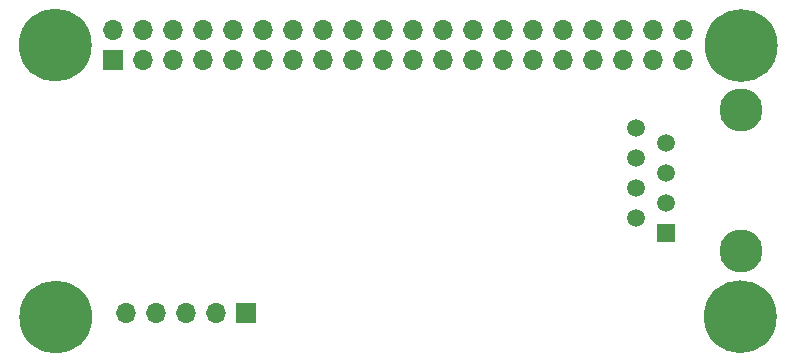
<source format=gbs>
G04 #@! TF.GenerationSoftware,KiCad,Pcbnew,5.1.4*
G04 #@! TF.CreationDate,2019-09-05T15:16:48-04:00*
G04 #@! TF.ProjectId,ec-rpi-vid-prop,65632d72-7069-42d7-9669-642d70726f70,AA*
G04 #@! TF.SameCoordinates,Original*
G04 #@! TF.FileFunction,Soldermask,Bot*
G04 #@! TF.FilePolarity,Negative*
%FSLAX46Y46*%
G04 Gerber Fmt 4.6, Leading zero omitted, Abs format (unit mm)*
G04 Created by KiCad (PCBNEW 5.1.4) date 2019-09-05 15:16:48*
%MOMM*%
%LPD*%
G04 APERTURE LIST*
%ADD10C,0.150000*%
%ADD11O,1.700000X1.700000*%
%ADD12R,1.700000X1.700000*%
%ADD13C,3.650000*%
%ADD14R,1.500000X1.500000*%
%ADD15C,1.500000*%
%ADD16C,2.750000*%
G04 APERTURE END LIST*
D10*
X163901724Y-119000000D02*
G75*
G03X163901724Y-119000000I-2901724J0D01*
G01*
X163800446Y-119000000D02*
G75*
G03X163800446Y-119000000I-2800446J0D01*
G01*
X163700000Y-119000000D02*
G75*
G03X163700000Y-119000000I-2700000J0D01*
G01*
X163600481Y-119000000D02*
G75*
G03X163600481Y-119000000I-2600481J0D01*
G01*
X163500500Y-119000000D02*
G75*
G03X163500500Y-119000000I-2500500J0D01*
G01*
X163400000Y-119000000D02*
G75*
G03X163400000Y-119000000I-2400000J0D01*
G01*
X163300543Y-119000000D02*
G75*
G03X163300543Y-119000000I-2300543J0D01*
G01*
X163200568Y-119000000D02*
G75*
G03X163200568Y-119000000I-2200568J0D01*
G01*
X163100595Y-119000000D02*
G75*
G03X163100595Y-119000000I-2100595J0D01*
G01*
X163000625Y-119000000D02*
G75*
G03X163000625Y-119000000I-2000625J0D01*
G01*
X162900658Y-119000000D02*
G75*
G03X162900658Y-119000000I-1900658J0D01*
G01*
X162800694Y-119000000D02*
G75*
G03X162800694Y-119000000I-1800694J0D01*
G01*
X162700735Y-119000000D02*
G75*
G03X162700735Y-119000000I-1700735J0D01*
G01*
X162600781Y-119000000D02*
G75*
G03X162600781Y-119000000I-1600781J0D01*
G01*
X162500000Y-119000000D02*
G75*
G03X162500000Y-119000000I-1500000J0D01*
G01*
X164000000Y-119000000D02*
G75*
G03X164000000Y-119000000I-3000000J0D01*
G01*
X162400893Y-119000000D02*
G75*
G03X162400893Y-119000000I-1400893J0D01*
G01*
X105901724Y-96000000D02*
G75*
G03X105901724Y-96000000I-2901724J0D01*
G01*
X105800446Y-96000000D02*
G75*
G03X105800446Y-96000000I-2800446J0D01*
G01*
X105700000Y-96000000D02*
G75*
G03X105700000Y-96000000I-2700000J0D01*
G01*
X105600481Y-96000000D02*
G75*
G03X105600481Y-96000000I-2600481J0D01*
G01*
X105500500Y-96000000D02*
G75*
G03X105500500Y-96000000I-2500500J0D01*
G01*
X105400000Y-96000000D02*
G75*
G03X105400000Y-96000000I-2400000J0D01*
G01*
X105300543Y-96000000D02*
G75*
G03X105300543Y-96000000I-2300543J0D01*
G01*
X105200568Y-96000000D02*
G75*
G03X105200568Y-96000000I-2200568J0D01*
G01*
X105100595Y-96000000D02*
G75*
G03X105100595Y-96000000I-2100595J0D01*
G01*
X105000625Y-96000000D02*
G75*
G03X105000625Y-96000000I-2000625J0D01*
G01*
X104900658Y-96000000D02*
G75*
G03X104900658Y-96000000I-1900658J0D01*
G01*
X104800694Y-96000000D02*
G75*
G03X104800694Y-96000000I-1800694J0D01*
G01*
X104700735Y-96000000D02*
G75*
G03X104700735Y-96000000I-1700735J0D01*
G01*
X104600781Y-96000000D02*
G75*
G03X104600781Y-96000000I-1600781J0D01*
G01*
X104500000Y-96000000D02*
G75*
G03X104500000Y-96000000I-1500000J0D01*
G01*
X106000000Y-96000000D02*
G75*
G03X106000000Y-96000000I-3000000J0D01*
G01*
X104400893Y-96000000D02*
G75*
G03X104400893Y-96000000I-1400893J0D01*
G01*
X163978704Y-96040520D02*
G75*
G03X163978704Y-96040520I-2901724J0D01*
G01*
X163877426Y-96040520D02*
G75*
G03X163877426Y-96040520I-2800446J0D01*
G01*
X163776980Y-96040520D02*
G75*
G03X163776980Y-96040520I-2700000J0D01*
G01*
X163677461Y-96040520D02*
G75*
G03X163677461Y-96040520I-2600481J0D01*
G01*
X163577480Y-96040520D02*
G75*
G03X163577480Y-96040520I-2500500J0D01*
G01*
X163476980Y-96040520D02*
G75*
G03X163476980Y-96040520I-2400000J0D01*
G01*
X163377523Y-96040520D02*
G75*
G03X163377523Y-96040520I-2300543J0D01*
G01*
X163277548Y-96040520D02*
G75*
G03X163277548Y-96040520I-2200568J0D01*
G01*
X163177575Y-96040520D02*
G75*
G03X163177575Y-96040520I-2100595J0D01*
G01*
X163077605Y-96040520D02*
G75*
G03X163077605Y-96040520I-2000625J0D01*
G01*
X162977638Y-96040520D02*
G75*
G03X162977638Y-96040520I-1900658J0D01*
G01*
X162877674Y-96040520D02*
G75*
G03X162877674Y-96040520I-1800694J0D01*
G01*
X162777715Y-96040520D02*
G75*
G03X162777715Y-96040520I-1700735J0D01*
G01*
X162677761Y-96040520D02*
G75*
G03X162677761Y-96040520I-1600781J0D01*
G01*
X162576980Y-96040520D02*
G75*
G03X162576980Y-96040520I-1500000J0D01*
G01*
X164076980Y-96040520D02*
G75*
G03X164076980Y-96040520I-3000000J0D01*
G01*
X162477873Y-96040520D02*
G75*
G03X162477873Y-96040520I-1400893J0D01*
G01*
X105939704Y-119027520D02*
G75*
G03X105939704Y-119027520I-2901724J0D01*
G01*
X105838426Y-119027520D02*
G75*
G03X105838426Y-119027520I-2800446J0D01*
G01*
X105737980Y-119027520D02*
G75*
G03X105737980Y-119027520I-2700000J0D01*
G01*
X105638461Y-119027520D02*
G75*
G03X105638461Y-119027520I-2600481J0D01*
G01*
X105538480Y-119027520D02*
G75*
G03X105538480Y-119027520I-2500500J0D01*
G01*
X105437980Y-119027520D02*
G75*
G03X105437980Y-119027520I-2400000J0D01*
G01*
X105338523Y-119027520D02*
G75*
G03X105338523Y-119027520I-2300543J0D01*
G01*
X105238548Y-119027520D02*
G75*
G03X105238548Y-119027520I-2200568J0D01*
G01*
X105138575Y-119027520D02*
G75*
G03X105138575Y-119027520I-2100595J0D01*
G01*
X105038605Y-119027520D02*
G75*
G03X105038605Y-119027520I-2000625J0D01*
G01*
X104938638Y-119027520D02*
G75*
G03X104938638Y-119027520I-1900658J0D01*
G01*
X104838674Y-119027520D02*
G75*
G03X104838674Y-119027520I-1800694J0D01*
G01*
X104738715Y-119027520D02*
G75*
G03X104738715Y-119027520I-1700735J0D01*
G01*
X104638761Y-119027520D02*
G75*
G03X104638761Y-119027520I-1600781J0D01*
G01*
X104537980Y-119027520D02*
G75*
G03X104537980Y-119027520I-1500000J0D01*
G01*
X106037980Y-119027520D02*
G75*
G03X106037980Y-119027520I-3000000J0D01*
G01*
X104438873Y-119027520D02*
G75*
G03X104438873Y-119027520I-1400893J0D01*
G01*
D11*
X109006980Y-118646520D03*
X111546980Y-118646520D03*
X114086980Y-118646520D03*
X116626980Y-118646520D03*
D12*
X119166980Y-118646520D03*
D13*
X161076980Y-101535520D03*
X161076980Y-113405520D03*
D14*
X154726980Y-111915520D03*
D15*
X152186980Y-110645520D03*
X154726980Y-109375520D03*
X152186980Y-108105520D03*
X154726980Y-106835520D03*
X152186980Y-105565520D03*
X154726980Y-104295520D03*
X152186980Y-103025520D03*
D12*
X107870000Y-97270000D03*
D11*
X107870000Y-94730000D03*
X110410000Y-97270000D03*
X110410000Y-94730000D03*
X112950000Y-97270000D03*
X112950000Y-94730000D03*
X115490000Y-97270000D03*
X115490000Y-94730000D03*
X118030000Y-97270000D03*
X118030000Y-94730000D03*
X120570000Y-97270000D03*
X120570000Y-94730000D03*
X123110000Y-97270000D03*
X123110000Y-94730000D03*
X125650000Y-97270000D03*
X125650000Y-94730000D03*
X128190000Y-97270000D03*
X128190000Y-94730000D03*
X130730000Y-97270000D03*
X130730000Y-94730000D03*
X133270000Y-97270000D03*
X133270000Y-94730000D03*
X135810000Y-97270000D03*
X135810000Y-94730000D03*
X138350000Y-97270000D03*
X138350000Y-94730000D03*
X140890000Y-97270000D03*
X140890000Y-94730000D03*
X143430000Y-97270000D03*
X143430000Y-94730000D03*
X145970000Y-97270000D03*
X145970000Y-94730000D03*
X148510000Y-97270000D03*
X148510000Y-94730000D03*
X151050000Y-97270000D03*
X151050000Y-94730000D03*
X153590000Y-97270000D03*
X153590000Y-94730000D03*
X156130000Y-97270000D03*
X156130000Y-94730000D03*
D16*
X161000000Y-119000000D03*
X103000000Y-96000000D03*
X161076980Y-96040520D03*
X103037980Y-119027520D03*
M02*

</source>
